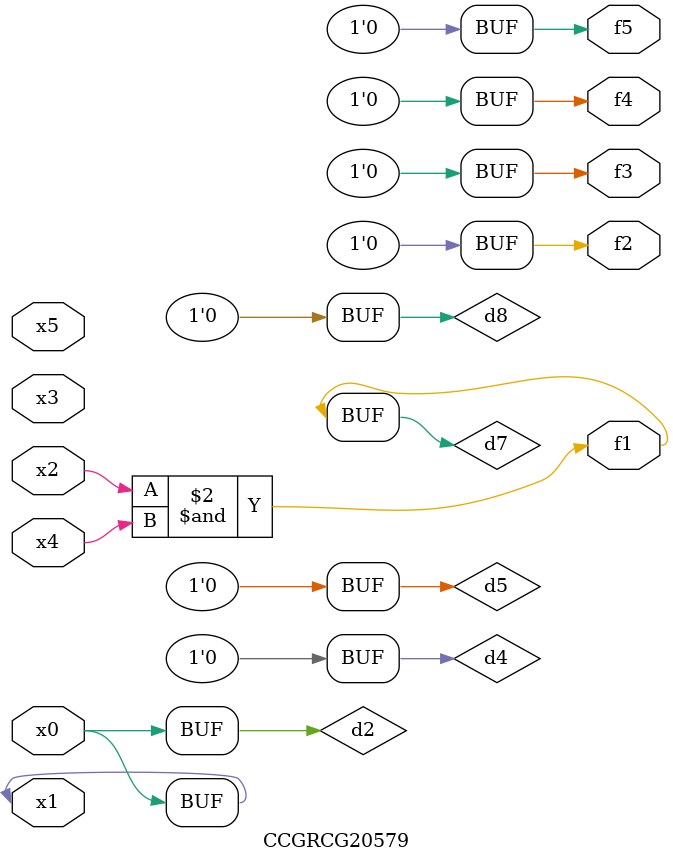
<source format=v>
module CCGRCG20579(
	input x0, x1, x2, x3, x4, x5,
	output f1, f2, f3, f4, f5
);

	wire d1, d2, d3, d4, d5, d6, d7, d8, d9;

	nand (d1, x1);
	buf (d2, x0, x1);
	nand (d3, x2, x4);
	and (d4, d1, d2);
	and (d5, d1, d2);
	nand (d6, d1, d3);
	not (d7, d3);
	xor (d8, d5);
	nor (d9, d5, d6);
	assign f1 = d7;
	assign f2 = d8;
	assign f3 = d8;
	assign f4 = d8;
	assign f5 = d8;
endmodule

</source>
